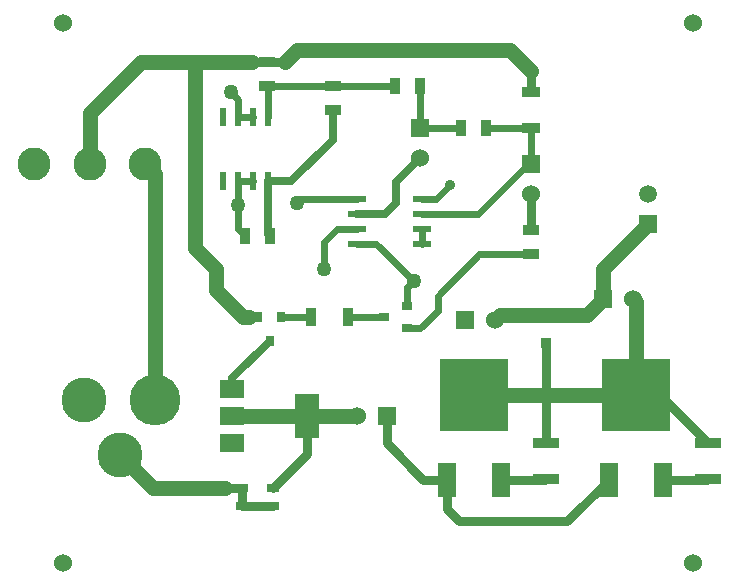
<source format=gtl>
G04 Layer_Physical_Order=1*
G04 Layer_Color=255*
%FSLAX25Y25*%
%MOIN*%
G70*
G01*
G75*
%ADD10R,0.03150X0.03543*%
%ADD11R,0.03543X0.05315*%
%ADD12R,0.05315X0.03543*%
%ADD13R,0.09055X0.03543*%
%ADD14R,0.05906X0.03543*%
%ADD15R,0.03543X0.03543*%
%ADD16R,0.05984X0.02362*%
%ADD17R,0.02362X0.05984*%
%ADD18R,0.03543X0.05906*%
%ADD19R,0.07874X0.05906*%
%ADD20R,0.07874X0.14961*%
%ADD21R,0.04331X0.03150*%
%ADD22R,0.03543X0.03150*%
%ADD23R,0.06299X0.11811*%
%ADD24R,0.22835X0.24410*%
%ADD25C,0.02200*%
%ADD26C,0.02500*%
%ADD27C,0.05000*%
%ADD28C,0.03000*%
%ADD29C,0.15000*%
%ADD30C,0.16929*%
%ADD31C,0.06000*%
%ADD32R,0.06000X0.06000*%
%ADD33C,0.05906*%
%ADD34R,0.05906X0.05906*%
%ADD35C,0.11024*%
%ADD36R,0.06000X0.06000*%
%ADD37C,0.03500*%
%ADD38C,0.05000*%
D10*
X89000Y94063D02*
D03*
X85260Y101937D02*
D03*
X92740D02*
D03*
D11*
X89134Y129000D02*
D03*
X80866D02*
D03*
X152866Y165000D02*
D03*
X161134D02*
D03*
X139134Y179000D02*
D03*
X130866D02*
D03*
D12*
X176000Y122866D02*
D03*
Y131134D02*
D03*
X110000Y170866D02*
D03*
Y179134D02*
D03*
X88000Y178866D02*
D03*
Y187134D02*
D03*
D13*
X181000Y47898D02*
D03*
Y60102D02*
D03*
X235000Y47898D02*
D03*
Y60102D02*
D03*
D14*
X176000Y177102D02*
D03*
Y164898D02*
D03*
D15*
X181000Y102724D02*
D03*
Y93276D02*
D03*
D16*
X118213Y141500D02*
D03*
Y136500D02*
D03*
Y131500D02*
D03*
Y126500D02*
D03*
X139787Y141500D02*
D03*
Y136500D02*
D03*
Y131500D02*
D03*
Y126500D02*
D03*
D17*
X88500Y168787D02*
D03*
X83500D02*
D03*
X78500D02*
D03*
X73500D02*
D03*
X88500Y147213D02*
D03*
X83500D02*
D03*
X78500D02*
D03*
X73500D02*
D03*
D18*
X102898Y102000D02*
D03*
X115102D02*
D03*
D19*
X76598Y78055D02*
D03*
Y69000D02*
D03*
Y59945D02*
D03*
D20*
X101402Y69000D02*
D03*
D21*
X90118Y39047D02*
D03*
Y44953D02*
D03*
X79882D02*
D03*
Y39047D02*
D03*
D22*
X127063Y102000D02*
D03*
X134937Y105740D02*
D03*
Y98260D02*
D03*
D23*
X147984Y47717D02*
D03*
X166016D02*
D03*
X201984D02*
D03*
X220016D02*
D03*
D24*
X157000Y75984D02*
D03*
X211000D02*
D03*
D25*
X134937Y98260D02*
X139260D01*
X158866Y122866D02*
X176000D01*
X145000Y109000D02*
X158866Y122866D01*
X145000Y104000D02*
Y109000D01*
X139260Y98260D02*
X145000Y104000D01*
X144500Y141500D02*
X149000Y146000D01*
X139787Y141500D02*
X144500D01*
X175000Y153000D02*
X176000D01*
X158500Y136500D02*
X175000Y153000D01*
X139787Y136500D02*
X158500D01*
X139787Y126500D02*
Y131500D01*
X98000Y140000D02*
X99500Y141500D01*
X118213D01*
X88000Y178866D02*
X88500Y178366D01*
Y168787D02*
Y178366D01*
X78500Y168787D02*
X83500D01*
X78500D02*
Y174500D01*
X76000Y177000D02*
X78500Y174500D01*
Y147213D02*
X83500D01*
X78500Y139500D02*
Y147213D01*
Y131366D02*
X80866Y129000D01*
X78500Y131366D02*
Y139500D01*
X116102Y102000D02*
X127063D01*
X92803D02*
X102898D01*
X180819Y47717D02*
X181000Y47898D01*
X211000Y75984D02*
X219118D01*
X176000Y153000D02*
Y164898D01*
X130732Y178866D02*
X130866Y179000D01*
X88000Y178866D02*
X130732D01*
X139134Y165134D02*
Y179000D01*
X139000Y165000D02*
X139134Y165134D01*
X139000Y165000D02*
X152866D01*
X161134D02*
X175898D01*
X118213Y126500D02*
X124500D01*
X111500Y131500D02*
X118213D01*
X107000Y127000D02*
X111500Y131500D01*
X107000Y118000D02*
Y127000D01*
X134937Y105740D02*
Y111937D01*
X124500Y126500D02*
X137000Y114000D01*
X134937Y111937D02*
X137000Y114000D01*
D26*
X110000Y161000D02*
Y170866D01*
X96213Y147213D02*
X110000Y161000D01*
X88500Y147213D02*
X96213D01*
X88500Y129634D02*
Y147213D01*
Y129634D02*
X89134Y129000D01*
X82063Y101937D02*
X85260D01*
X76598Y78055D02*
Y81661D01*
X89000Y94063D01*
X131000Y147000D02*
X139000Y155000D01*
X131000Y140000D02*
Y147000D01*
X127500Y136500D02*
X131000Y140000D01*
X118213Y136500D02*
X127500D01*
D27*
X46000Y187116D02*
X64000Y187061D01*
X29000Y170116D02*
X46000Y187116D01*
X29000Y153000D02*
Y170116D01*
X47504Y153000D02*
X50811Y149693D01*
Y74504D02*
Y149693D01*
X200000Y108000D02*
Y118000D01*
X215000Y133000D01*
X64000Y125000D02*
Y187061D01*
Y125000D02*
X71000Y118000D01*
X64000Y187061D02*
X83000Y187003D01*
X80063Y101937D02*
X82063D01*
X71000Y111000D02*
X80063Y101937D01*
X71000Y111000D02*
Y118000D01*
X76598Y69000D02*
X101402D01*
X39000Y56000D02*
X50000Y45000D01*
X74000D01*
X101402Y69000D02*
X118000D01*
X157000Y75984D02*
X181000D01*
X211000D01*
X94134Y187134D02*
X98000Y191000D01*
X169000D01*
X176000Y184000D01*
X165724Y102724D02*
X181000D01*
X164000Y101000D02*
X165724Y102724D01*
X181000D02*
X194724D01*
X200000Y108000D01*
X211000Y75984D02*
Y107000D01*
X210000Y108000D02*
X211000Y107000D01*
D28*
X83000Y187003D02*
X88000Y187134D01*
X94134D01*
X101402Y56236D02*
Y69000D01*
X90118Y44953D02*
X101402Y56236D01*
X74047Y44953D02*
X79882D01*
X74000Y45000D02*
X74047Y44953D01*
X79882Y39047D02*
X90118D01*
X79882D02*
Y44953D01*
X166016Y47717D02*
X180819D01*
X128000Y60000D02*
Y69000D01*
Y60000D02*
X140284Y47717D01*
X147984D01*
Y38016D02*
Y47717D01*
Y38016D02*
X152000Y34000D01*
X188268D01*
X201984Y47717D01*
X220016D02*
X234819D01*
X219118Y75984D02*
X235000Y60102D01*
X181000D02*
Y75984D01*
Y93276D01*
X176000Y177102D02*
Y184000D01*
Y131134D02*
Y143000D01*
D29*
X27189Y74504D02*
D03*
X39000Y56000D02*
D03*
D30*
X50811Y74504D02*
D03*
D31*
X230000Y200000D02*
D03*
X20000D02*
D03*
X230000Y20000D02*
D03*
X20000D02*
D03*
X164000Y101000D02*
D03*
X118000Y69000D02*
D03*
X210000Y108000D02*
D03*
X139000Y155000D02*
D03*
X176000Y143000D02*
D03*
D32*
X154000Y101000D02*
D03*
X128000Y69000D02*
D03*
X200000Y108000D02*
D03*
D33*
X215000Y143000D02*
D03*
D34*
Y133000D02*
D03*
D35*
X10496Y153000D02*
D03*
X29000D02*
D03*
X47504D02*
D03*
D36*
X139000Y165000D02*
D03*
X176000Y153000D02*
D03*
D37*
X157000Y191000D02*
D03*
X149000Y146000D02*
D03*
D38*
X78500Y139500D02*
D03*
X76000Y177000D02*
D03*
X98000Y140000D02*
D03*
X107000Y118000D02*
D03*
X137000Y114000D02*
D03*
M02*

</source>
